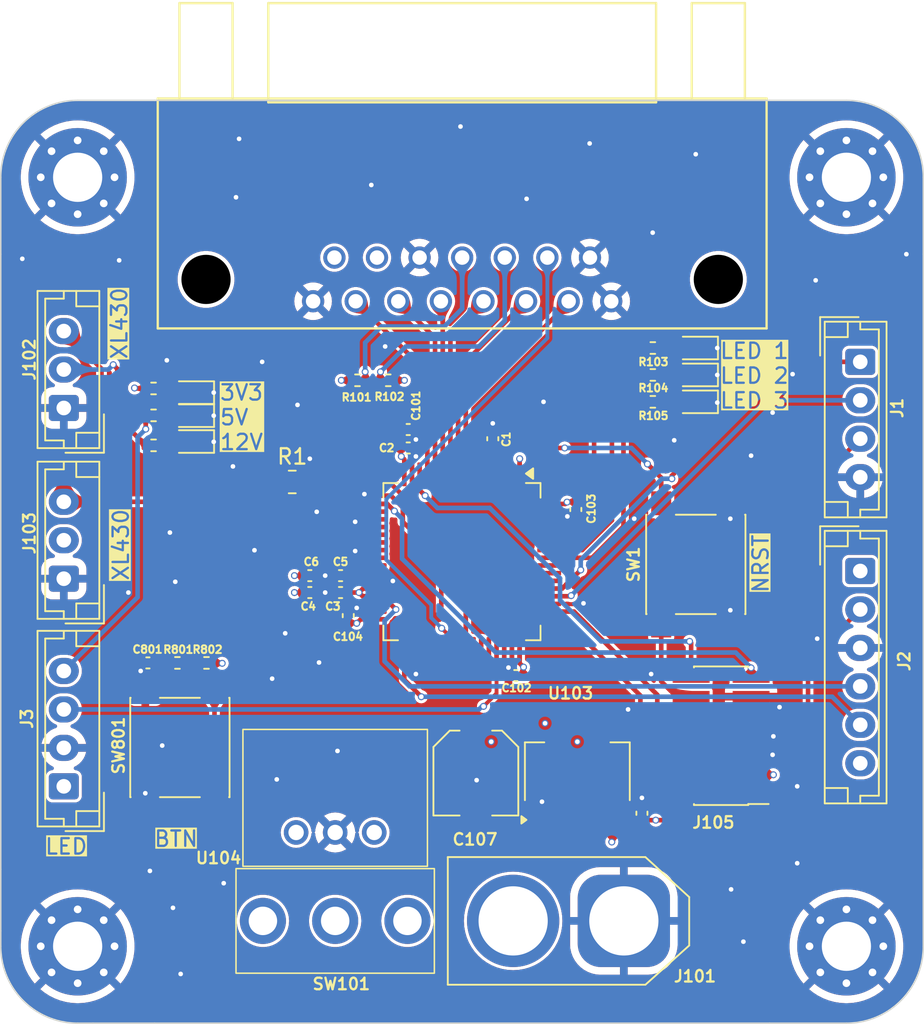
<source format=kicad_pcb>
(kicad_pcb (version 20240108) (generator "pcbnew") (generator_version "8.0")
  (layers (0 "F.Cu" signal) (1 "In1.Cu" signal "In1.Cu - Supply") (2 "In2.Cu" signal "In2.Cu - GND") (31 "B.Cu" signal) (34 "B.Paste" user) (35 "F.Paste" user) (36 "B.SilkS" user "B.Silkscreen") (37 "F.SilkS" user "F.Silkscreen") (38 "B.Mask" user) (39 "F.Mask" user) (44 "Edge.Cuts" user))
  (net 0 "")
  (net 1 "+3.3V")
  (net 2 "GND")
  (net 3 "NRST")
  (net 4 "+5V")
  (net 5 "BTN_1")
  (net 6 "Net-(D101-A)")
  (net 7 "Net-(D102-A)")
  (net 8 "Net-(D103-A)")
  (net 9 "Net-(D104-A)")
  (net 10 "Net-(D105-A)")
  (net 11 "Net-(D106-A)")
  (net 12 "Net-(J101-Pin_2)")
  (net 13 "+12V")
  (net 14 "UART_HD_XL430")
  (net 15 "PWM_TIM2_CH2")
  (net 16 "I2C_SCL")
  (net 17 "PWM_TIM1_CH2")
  (net 18 "PWM_TIM2_CH1")
  (net 19 "PWM_TIM1_CH4")
  (net 20 "PWM_TIM1_CH1")
  (net 21 "I2C_SDA")
  (net 22 "PWM_TIM1_CH3")
  (net 24 "UART_DEBUG_RX")
  (net 25 "SWDIO")
  (net 27 "UART_DEBUG_TX")
  (net 29 "SWCLK")
  (net 32 "LED1")
  (net 33 "LED2")
  (net 34 "LED3")
  (net 35 "Net-(SW801-A)")
  (net 37 "UART_mp3_RX")
  (net 42 "UART_mp3_TX")
  (net 45 "UART_hc05_RX")
  (net 46 "UART_hc05_TX")
  (net 63 "PWM_TIM4_CH1")
  (net 64 "TOF_INT")
  (footprint "Package_TO_SOT_SMD:SOT-223-3_TabPin2" (layer "F.Cu") (at 77.5 83.65 90)
    (property "Reference" "U103" (hide yes))
    (property "Value" "AZ1117-3.3" (hide yes))
  )
  (footprint "Capacitor_SMD:C_0402_1005Metric" (layer "F.Cu") (at 60.1 72)
    (property "Reference" "C4")
    (property "Value" "1u")
  )
  (footprint "Capacitor_SMD:C_0402_1005Metric" (layer "F.Cu") (at 60.1 70.9 180)
    (property "Reference" "C6")
    (property "Value" "1u")
  )
  (footprint "Capacitor_SMD:C_0402_1005Metric" (layer "F.Cu") (at 66.5 61.4)
    (property "Reference" "C101" (hide yes))
    (property "Value" "4u7" (hide yes))
  )
  (footprint "Resistor_SMD:R_0402_1005Metric" (layer "F.Cu") (at 49.9375 58.73)
    (property "Reference" "R109" (hide yes))
    (property "Value" "820" (hide yes))
  )
  (footprint "Capacitor_SMD:C_0402_1005Metric" (layer "F.Cu") (at 62.1 70.9)
    (property "Reference" "C5")
    (property "Value" "100n")
  )
  (footprint "Resistor_SMD:R_0402_1005Metric" (layer "F.Cu") (at 82.41 56.1)
    (property "Reference" "R103" (hide yes))
    (property "Value" "82" (hide yes))
  )
  (footprint "Capacitor_SMD:C_0402_1005Metric" (layer "F.Cu") (at 72 62 90)
    (property "Reference" "C1")
    (property "Value" "100n")
  )
  (footprint "Capacitor_SMD:C_0402_1005Metric" (layer "F.Cu") (at 77.4 66.6 -90)
    (property "Reference" "C103" (hide yes))
    (property "Value" "100n" (hide yes))
  )
  (footprint "LED_SMD:LED_0603_1608Metric" (layer "F.Cu") (at 85.16 57.85 180)
    (property "Reference" "D102" (hide yes))
    (property "Value" "BLUE_LED" (hide yes))
  )
  (footprint "Connector_PinHeader_1.27mm:PinHeader_2x07_P1.27mm_Vertical_SMD" (layer "F.Cu") (at 86.85 81.31 180)
    (property "Reference" "J105" (hide yes))
    (property "Value" "Conn_ST_STDC14" (hide yes))
  )
  (footprint "Capacitor_SMD:C_0402_1005Metric" (layer "F.Cu") (at 62.6 73.5 90)
    (property "Reference" "C104" (hide yes))
    (property "Value" "100n" (hide yes))
  )
  (footprint "Package_QFP:LQFP-64_10x10mm_P0.5mm" (layer "F.Cu") (at 69.995 69.99 -90)
    (property "Reference" "U1" (hide yes))
    (property "Value" "STM32G474RETx" (hide yes))
  )
  (footprint "Capacitor_SMD:C_Elec_5x5.4" (layer "F.Cu") (at 70.9 83.7375 -90)
    (property "Reference" "C107" (hide yes))
    (property "Value" "22u" (hide yes))
  )
  (footprint "MountingHole:MountingHole_3.2mm_M3_Pad_Via" (layer "F.Cu") (at 95 45)
    (property "Reference" "H102" (hide yes))
    (property "Value" "MountingHole_Pad" (hide yes))
  )
  (footprint "Capacitor_SMD:C_0402_1005Metric" (layer "F.Cu") (at 81.7 86.35 90)
    (property "Reference" "C106" (hide yes))
    (property "Value" "10u" (hide yes))
  )
  (footprint "LED_SMD:LED_0603_1608Metric" (layer "F.Cu") (at 52.3875 60.5 180)
    (property "Reference" "D105" (hide yes))
    (property "Value" "RED_LED" (hide yes))
  )
  (footprint "MountingHole:MountingHole_3.2mm_M3_Pad_Via" (layer "F.Cu") (at 45 95)
    (property "Reference" "H103" (hide yes))
    (property "Value" "MountingHole_Pad" (hide yes))
  )
  (footprint "Resistor_SMD:R_0805_2012Metric" (layer "F.Cu") (at 58.9575 64.81)
    (property "Reference" "R1")
    (property "Value" "100k")
  )
  (footprint "LED_SMD:LED_0603_1608Metric" (layer "F.Cu") (at 85.16 56.1 180)
    (property "Reference" "D101" (hide yes))
    (property "Value" "BLUE_LED" (hide yes))
  )
  (footprint "Resistor_SMD:R_0402_1005Metric" (layer "F.Cu") (at 82.41 59.6)
    (property "Reference" "R105" (hide yes))
    (property "Value" "82" (hide yes))
  )
  (footprint "Connector_JST:JST_EH_B3B-EH-A_1x03_P2.50mm_Vertical" (layer "F.Cu") (at 44.1 71.1 90)
    (property "Reference" "J103" (hide yes))
    (property "Value" "Conn_01x03" (hide yes))
  )
  (footprint "Connector_JST:JST_EH_B4B-EH-A_1x04_P2.50mm_Vertical" (layer "F.Cu") (at 95.9 57 -90)
    (property "Reference" "J1")
    (property "Value" "Conn_01x04")
  )
  (footprint "Button_Switch_SMD:SW_Push_1P1T_NO_6x6mm_H9.5mm" (layer "F.Cu") (at 85.205 70.17 90)
    (property "Reference" "SW1")
    (property "Value" "SW_SPST")
  )
  (footprint "MountingHole:MountingHole_3.2mm_M3_Pad_Via" (layer "F.Cu") (at 45 45)
    (property "Reference" "H101" (hide yes))
    (property "Value" "MountingHole_Pad" (hide yes))
  )
  (footprint "mylib:472123010111" (layer "F.Cu") (at 61.75 93.35)
    (property "Reference" "SW101" (hide yes))
    (property "Value" "SW_SPDT" (hide yes))
  )
  (footprint "LED_SMD:LED_0603_1608Metric" (layer "F.Cu") (at 52.3875 62.18 180)
    (property "Reference" "D104" (hide yes))
    (property "Value" "RED_LED" (hide yes))
  )
  (footprint "Resistor_SMD:R_0402_1005Metric" (layer "F.Cu") (at 51.49 76.575 180)
    (property "Reference" "R801" (hide yes))
    (property "Value" "10k" (hide yes))
  )
  (footprint "Capacitor_SMD:C_0402_1005Metric" (layer "F.Cu") (at 49.57 76.575 180)
    (property "Reference" "C801" (hide yes))
    (property "Value" "10n" (hide yes))
  )
  (footprint "Library:173010542" (layer "F.Cu") (at 61.75 87.6)
    (property "Reference" "U104" (hide yes))
    (property "Value" "173010542" (hide yes))
  )
  (footprint "LED_SMD:LED_0603_1608Metric" (layer "F.Cu") (at 52.3875 59 180)
    (property "Reference" "D106" (hide yes))
    (property "Value" "RED_LED" (hide yes))
  )
  (footprint "Resistor_SMD:R_0402_1005Metric" (layer "F.Cu") (at 49.9375 60.48)
    (property "Reference" "R108" (hide yes))
    (property "Value" "1k6" (hide yes))
  )
  (footprint "Resistor_SMD:R_0402_1005Metric" (layer "F.Cu") (at 53.38 76.575 180)
    (property "Reference" "R802" (hide yes))
    (property "Value" "10k" (hide yes))
  )
  (footprint "LED_SMD:LED_0603_1608Metric" (layer "F.Cu") (at 85.16 59.6 180)
    (property "Reference" "D103" (hide yes))
    (property "Value" "BLUE_LED" (hide yes))
  )
  (footprint "Resistor_SMD:R_0402_1005Metric" (layer "F.Cu") (at 49.9375 62.43)
    (property "Reference" "R107" (hide yes))
    (property "Value" "5k1" (hide yes))
  )
  (footprint "Capacitor_SMD:C_0402_1005Metric" (layer "F.Cu") (at 66.5 62.6)
    (property "Reference" "C2")
    (property "Value" "100n")
  )
  (footprint "Capacitor_SMD:C_0402_1005Metric" (layer "F.Cu") (at 62.1 72 180)
    (property "Reference" "C3")
    (property "Value" "10n")
  )
  (footprint "Connector_AMASS:AMASS_XT60-M_1x02_P7.20mm_Vertical" (layer "F.Cu") (at 80.525 93.35 180)
    (property "Reference" "J101" (hide yes))
    (property "Value" "Conn_01x02" (hide yes))
  )
  (footprint "Button_Switch_SMD:SW_Push_1P1T_NO_6x6mm_H9.5mm" (layer "F.Cu") (at 51.65 82.075 -90)
    (property "Reference" "SW801" (hide yes))
    (property "Value" "SW_SPST" (hide yes))
  )
  (footprint "Connector_JST:JST_EH_B4B-EH-A_1x04_P2.50mm_Vertical" (layer "F.Cu") (at 44.1 84.6 90)
    (property "Reference" "J3")
    (property "Value" "Conn_01x04")
  )
  (footprint "Connector_JST:JST_EH_B6B-EH-A_1x06_P2.50mm_Vertical" (layer "F.Cu") (at 95.9 70.6 -90)
    (property "Reference" "J2" (hide yes))
    (property "Value" "Conn_01x06")
  )
  (footprint "Capacitor_SMD:C_0402_1005Metric" (layer "F.Cu") (at 73.5 77.4 180)
    (property "Reference" "C102" (hide yes))
    (property "Value" "100n" (hide yes))
  )
  (footprint "Resistor_SMD:R_0402_1005Metric" (layer "F.Cu") (at 82.41 57.85)
    (property "Reference" "R104" (hide yes))
    (property "Value" "82" (hide yes))
  )
  (footprint "Resistor_SMD:R_0402_1005Metric" (layer "F.Cu") (at 65.2 58.2 180)
    (property "Reference" "R102" (hide yes))
    (property "Value" "1k" (hide yes))
  )
  (footprint "MountingHole:MountingHole_3.2mm_M3_Pad_Via" (layer "F.Cu") (at 95 95)
    (property "Reference" "H104" (hide yes))
    (property "Value" "MountingHole_Pad" (hide yes))
  )
  (footprint "libs:CONN15_31321_WRE" (layer "F.Cu") (at 70.009999 39.999992)
    (property "Reference" "J104" (hide yes))
    (property "Value" "Conn_01x15" (hide yes))
  )
  (footprint "Resistor_SMD:R_0402_1005Metric" (layer "F.Cu") (at 63.2 58.2)
    (property "Reference" "R101" (hide yes))
    (property "Value" "1k" (hide yes))
  )
  (footprint "Connector_JST:JST_EH_B3B-EH-A_1x03_P2.50mm_Vertical" (layer "F.Cu") (at 44.1 60 90)
    (property "Reference" "J102" (hide yes))
    (property "Value" "Conn_01x03" (hide yes))
  )
  (gr_line (start 50 100) (end 46 100) (stroke (width 0.1)) (layer "Edge.Cuts"))
  (gr_arc (start 40 45) (mid 41.464466 41.464466) (end 45 40) (stroke (width 0.1)) (layer "Edge.Cuts"))
  (gr_line (start 90 40) (end 50 40) (stroke (width 0.1)) (layer "Edge.Cuts"))
  (gr_arc (start 45 100) (mid 41.464466 98.535534) (end 40 95) (stroke (width 0.1)) (layer "Edge.Cuts"))
  (gr_arc (start 100 95) (mid 98.535534 98.535534) (end 95 100) (stroke (width 0.1)) (layer "Edge.Cuts"))
  (gr_line (start 40 94) (end 40 95) (stroke (width 0.1)) (layer "Edge.Cuts"))
  (gr_line (start 95 100) (end 90 100) (stroke (width 0.1)) (layer "Edge.Cuts"))
  (gr_line (start 40 94) (end 40 90) (stroke (width 0.1)) (layer "Edge.Cuts"))
  (gr_line (start 45 40) (end 50 40) (stroke (width 0.1)) (layer "Edge.Cuts"))
  (gr_line (start 100 45) (end 100 50) (stroke (width 0.1)) (layer "Edge.Cuts"))
  (gr_line (start 50 100) (end 90 100) (stroke (width 0.1)) (layer "Edge.Cuts"))
  (gr_line (start 46 100) (end 45 100) (stroke (width 0.1)) (layer "Edge.Cuts"))
  (gr_line (start 95 40) (end 90 40) (stroke (width 0.1)) (layer "Edge.Cuts"))
  (gr_line (start 100 90) (end 100 50) (stroke (width 0.1)) (layer "Edge.Cuts"))
  (gr_line (start 100 95) (end 100 90) (stroke (width 0.1)) (layer "Edge.Cuts"))
  (gr_arc (start 95 40) (mid 98.535534 41.464466) (end 100 45) (stroke (width 0.1)) (layer "Edge.Cuts"))
  (gr_line (start 40 50) (end 40 90) (stroke (width 0.1)) (layer "Edge.Cuts"))
  (gr_line (start 40 45) (end 40 50) (stroke (width 0.1)) (layer "Edge.Cuts"))
  (gr_text "NRST" (at 90.007702 72.104202 90) (layer "F.SilkS" knockout) (effects (font (size 1 1)) (justify left bottom)))
  (gr_text "R101" (at 62.1 59.6 0) (layer "F.SilkS") (effects (font (size 0.5 0.5) (thickness 0.125) (bold yes)) (justify left bottom)))
  (gr_text "R103\n" (at 81.4 57.3 0) (layer "F.SilkS") (effects (font (size 0.5 0.5) (thickness 0.125) (bold yes)) (justify left bottom)))
  (gr_text "J102" (at 42.3 58.3 90) (layer "F.SilkS") (effects (font (size 0.75 0.75)) (justify left bottom)))
  (gr_text "R102" (at 64.23509 59.56134 0) (layer "F.SilkS") (effects (font (size 0.5 0.5) (thickness 0.125) (bold yes)) (justify left bottom)))
  (gr_text "R105\n" (at 81.4 60.8 0) (layer "F.SilkS") (effects (font (size 0.5 0.5) (thickness 0.125) (bold yes)) (justify left bottom)))
  (gr_text "C801" (at 48.5 75.990855 0) (layer "F.SilkS") (effects (font (size 0.5 0.5) (thickness 0.125) (bold yes)) (justify left bottom)))
  (gr_text "C107" (at 69.3 88.490855 0) (layer "F.SilkS") (effects (font (size 0.75 0.75)) (justify left bottom)))
  (gr_text "SW101" (at 60.194857 97.890855 0) (layer "F.SilkS") (effects (font (size 0.75 0.75)) (justify left bottom)))
  (gr_text "J103" (at 42.3 69.6 90) (layer "F.SilkS") (effects (font (size 0.75 0.75)) (justify left bottom)))
  (gr_text "R802" (at 52.4 76 0) (layer "F.SilkS") (effects (font (size 0.5 0.5) (thickness 0.125) (bold yes)) (justify left bottom)))
  (gr_text "J105" (at 84.894857 87.390855 0) (layer "F.SilkS") (effects (font (size 0.75 0.75)) (justify left bottom)))
  (gr_text "U103" (at 75.494857 78.990855 0) (layer "F.SilkS") (effects (font (size 0.75 0.75)) (justify left bottom)))
  (gr_text "C104" (at 61.53509 75.16134 0) (layer "F.SilkS") (effects (font (size 0.5 0.5) (thickness 0.125) (bold yes)) (justify left bottom)))
  (gr_text "3V3\n5V\n12V" (at 54.182354 62.80574 0) (layer "F.SilkS" knockout) (effects (font (size 1 1)) (justify left bottom)))
  (gr_text "R801" (at 50.5 76 0) (layer "F.SilkS") (effects (font (size 0.5 0.5) (thickness 0.125) (bold yes)) (justify left bottom)))
  (gr_text "J2" (at 99.2 77.2 90) (layer "F.SilkS") (effects (font (size 0.75 0.75)) (justify left bottom)))
  (gr_text "C103" (at 78.7 67.6 90) (layer "F.SilkS") (effects (font (size 0.5 0.5) (thickness 0.125) (bold yes)) (justify left bottom)))
  (gr_text "XL430" (at 48.4 71.3 90) (layer "F.SilkS" knockout) (effects (font (size 1 1)) (justify left bottom)))
  (gr_text "R104\n\n" (at 81.4 59.8 0) (layer "F.SilkS") (effects (font (size 0.5 0.5) (thickness 0.125) (bold yes)) (justify left bottom)))
  (gr_text "LED\n" (at 42.8 89.1 0) (layer "F.SilkS" knockout) (effects (font (size 1 1)) (justify left bottom)))
  (gr_text "SW801" (at 48.1 83.9 90) (layer "F.SilkS") (effects (font (size 0.75 0.75)) (justify left bottom)))
  (gr_text "BTN" (at 49.9 88.6 0) (layer "F.SilkS" knockout) (effects (font (size 1 1)) (justify left bottom)))
  (gr_text "LED 1\nLED 2\nLED 3" (at 86.7 60.1 0) (layer "F.SilkS" knockout) (effects (font (size 1 1)) (justify left bottom)))
  (gr_text "C102" (at 72.5 78.5 0) (layer "F.SilkS") (effects (font (size 0.5 0.5) (thickness 0.125) (bold yes)) (justify left bottom)))
  (gr_text "U104" (at 52.6 89.7 0) (layer "F.SilkS") (effects (font (size 0.75 0.75)) (justify left bottom)))
  (gr_text "C101" (at 67.3 60.9 90) (layer "F.SilkS") (effects (font (size 0.5 0.5) (thickness 0.125) (bold yes)) (justify left bottom)))
  (gr_text "XL430" (at 48.3 56.9 90) (layer "F.SilkS" knockout) (effects (font (size 1 1)) (justify left bottom)))
  (gr_text "J101" (at 83.694857 97.390855 0) (layer "F.SilkS") (effects (font (size 0.75 0.75)) (justify left bottom)))
  (segment (start 70.925 81.7) (end 71.9 81.7) (width 1.5) (layer "F.Cu") (net 1))
  (segment (start 66.02 62.6) (end 66.02 61.4) (width 0.3) (layer "F.Cu") (net 1))
  (segment (start 88.85 83.9) (end 88.8 83.85) (width 0.3) (layer "F.Cu") (net 1))
  (segment (start 65.71 58.2) (end 66.25 58.2) (width 0.3) (layer "F.Cu") (net 1))
  (segment (start 63.41 73.74) (end 64.32 73.74) (width 0.3) (layer "F.Cu") (net 1))
  (segment (start 74 76.85) (end 73.98 76.87) (width 0.3) (layer "F.Cu") (net 1))
  (segment (start 66.02 63.12) (end 66.02 62.6) (width 0.3) (layer "F.Cu") (net 1))
  (segment (start 74.5 80.5) (end 75.4 80.5) (width 1.5) (layer "F.Cu") (net 1))
  (segment (start 73.745 63.305) (end 73.75 63.3) (width 0.3) (layer "F.Cu") (net 1))
  (segment (start 73.98 76.87) (end 73.98 77.4) (width 0.3) (layer "F.Cu") (net 1))
  (segment (start 49.4275 58.73) (end 48.73 58.73) (width 0.3) (layer "F.Cu") (net 1))
  (segment (start 48.73 58.73) (end 48.7 58.7) (width 0.3) (layer "F.Cu") (net 1))
  (segment (start 54.4 76.6) (end 53.915 76.6) (width 0.3) (layer "F.Cu") (net 1))
  (segment (start 62.69 58.2) (end 62.15 58.2) (width 0.3) (layer "F.Cu") (net 1))
  (segment (start 59.1 72) (end 59.62 72) (width 0.3) (layer "F.Cu") (net 1))
  (segment (start 77.5 86.8) (end 77.5 81.7) (width 1.5) (layer "F.Cu") (net 1))
  (segment (start 63.13 73.98) (end 62.6 73.98) (width 0.3) (layer "F.Cu") (net 1))
  (segment (start 66.05 63.15) (end 66.245 63.345) (width 0.3) (layer "F.Cu") (net 1))
  (segment (start 63.15 74) (end 63.41 73.74) (width 0.3) (layer "F.Cu") (net 1))
  (segment (start 70.9 81.675) (end 70.925 81.7) (width 1.5) (layer "F.Cu") (net 1))
  (segment (start 66.05 63.15) (end 66.02 63.12) (width 0.3) (layer "F.Cu") (net 1))
  (segment (start 62.58 70.9) (end 62.58 72) (width 0.3) (layer "F.Cu") (net 1))
  (segment (start 90.25 83.85) (end 88.8 83.85) (width 0.3) (layer "F.Cu") (net 1))
  (segment (start 73.3 81.7) (end 74.5 80.5) (width 1.5) (layer "F.Cu") (net 1))
  (segment (start 76.71 66.24) (end 75.67 66.24) (width 0.3) (layer "F.Cu") (net 1))
  (segment (start 59.1 70.9) (end 59.62 70.9) (width 0.3) (layer "F.Cu") (net 1))
  (segment (start 66.245 63.345) (end 66.245 64.315) (width 0.3) (layer "F.Cu") (net 1))
  (segment (start 63.3 72) (end 62.58 72) (width 0.3) (layer "F.Cu") (net 1))
  (segment (start 64.32 72.24) (end 63.54 72.24) (width 0.3) (layer "F.Cu") (net 1))
  (segment (start 76.83 66.12) (end 76.71 66.24) (width 0.3) (layer "F.Cu") (net 1))
  (segment (start 64.32 71.74) (end 63.56 71.74) (width 0.3) (layer "F.Cu") (net 1))
  (segment (start 77.5 81.7) (end 77.5 80.5) (width 1.5) (layer "F.Cu") (net 1))
  (segment (start 53.915 76.6) (end 53.89 76.575) (width 0.3) (layer "F.Cu") (net 1))
  (segment (start 63.54 72.24) (end 63.3 72) (width 0.3) (layer "F.Cu") (net 1))
  (segment (start 75.4 80.5) (end 77.5 80.5) (width 1.5) (layer "F.Cu") (net 1))
  (segment (start 76.83 66.12) (end 77.4 66.12) (width 0.3) (layer "F.Cu") (net 1))
  (segment (start 63.56 71.74) (end 63.3 72) (width 0.3) (layer "F.Cu") (net 1))
  (segment (start 71.9 81.7) (end 73.3 81.7) (width 1.5) (layer "F.Cu") (net 1))
  (segment (start 74 76.85) (end 73.745 76.595) (width 0.3) (layer "F.Cu") (net 1))
  (segment (start 63.15 74) (end 63.13 73.98) (width 0.3) (layer "F.Cu") (net 1))
  (segment (start 73.745 76.595) (end 73.745 75.665) (width 0.3) (layer "F.Cu") (net 1))
  (segment (start 73.745 64.315) (end 73.745 63.305) (width 0.3) (layer "F.Cu") (net 1))
  (via (at 74 76.85) (size 0.45) (drill 0.3) (layers "F.Cu" "B.Cu") (net 1))
  (via (at 48.7 58.7) (size 0.45) (drill 0.3) (layers "F.Cu" "B.Cu") (net 1))
  (via (at 90.25 83.85) (size 0.45) (drill 0.3) (layers "F.Cu" "B.Cu") (net 1))
  (via (at 73.75 63.3) (size 0.45) (drill 0.3) (layers "F.Cu" "B.Cu") (net 1))
  (via (at 63.15 74) (size 0.45) (drill 0.3) (layers "F.Cu" "B.Cu") (net 1))
  (via (at 66.25 58.2) (size 0.45) (drill 0.3) (layers "F.Cu" "B.Cu") (net 1))
  (via (at 59.1 70.9) (size 0.45) (drill 0.3) (layers "F.Cu" "B.Cu") (net 1))
  (via (at 59.1 72) (size 0.45) (drill 0.3) (layers "F.Cu" "B.Cu") (net 1))
  (via (at 76.83 66.12) (size 0.45) (drill 0.3) (layers "F.Cu" "B.Cu") (net 1))
  (via (at 62.15 58.2) (size 0.45) (drill 0.3) (layers "F.Cu" "B.Cu") (net 1))
  (via (at 77.5 81.7) (size 0.45) (drill 0.3) (layers "F.Cu" "B.Cu") (net 1))
  (via (at 66.05 63.15) (size 0.45) (drill 0.3) (layers "F.Cu" "B.Cu") (net 1))
  (via (at 63.3 72) (size 0.45) (drill 0.3) (layers "F.Cu" "B.Cu") (net 1))
  (via (at 71.9 81.7) (size 0.45) (drill 0.3) (layers "F.Cu" "B.Cu") (net 1))
  (via (at 75.4 80.5) (size 0.45) (drill 0.3) (layers "F.Cu" "B.Cu") (net 1))
  (via (at 54.4 76.6) (size 0.45) (drill 0.3) (layers "F.Cu" "B.Cu") (net 1))
  (segment (start 88.83 82.55) (end 88.8 82.58) (width 0.45) (layer "F.Cu") (net 2))
  (segment (start 53.85 60.5) (end 53.175 60.5) (width 0.45) (layer "F.Cu") (net 2))
  (segment (start 86.6 59.65) (end 85.9975 59.65) (width 0.45) (layer "F.Cu") (net 2))
  (segment (start 66.98 62.07) (end 66.98 62.6) (width 0.45) (layer "F.Cu") (net 2))
  (segment (start 49.09 76.575) (end 49.09 77.09) (width 0.45) (layer "F.Cu") (net 2))
  (segment (start 75.2 85.6) (end 75.2 86.8) (width 0.45) (layer "F.Cu") (net 2))
  (segment (start 66.98 61.4) (end 66.98 62.03) (width 0.45) (layer "F.Cu") (net 2))
  (segment (start 90.2 82.55) (end 88.83 82.55) (width 0.45) (layer "F.Cu") (net 2))
  (segment (start 62.62 73) (end 62.6 73.02) (width 0.3) (layer "F.Cu") (net 2))
  (segment (start 66.98 62.03) (end 67 62.05) (width 0.45) (layer "F.Cu") (net 2))
  (segment (start 90.25 81.35) (end 88.84 81.35) (width 0.45) (layer "F.Cu") (net 2))
  (segment (start 61.62 72) (end 60.58 72) (width 0.3) (layer "F.Cu") (net 2))
  (segment (start 53.195 62.2) (end 53.175 62.18) (width 0.45) (layer "F.Cu") (net 2))
  (segment (start 53.85 62.2) (end 53.195 62.2) (width 0.45) (layer "F.Cu") (net 2))
  (segment (start 63.39 73.24) (end 63.17 73.02) (width 0.3) (layer "F.Cu") (net 2))
  (segment (start 60.58 70.9) (end 61.62 70.9) (width 0.3) (layer "F.Cu") (net 2))
  (segment (start 66.745 63.405) (end 67 63.15) (width 0.3) (layer "F.Cu") (net 2))
  (segment (start 76.54 66.74) (end 75.67 66.74) (width 0.3) (layer "F.Cu") (net 2))
  (segment (start 73.245 76.655) (end 73.245 75.665) (width 0.3) (layer "F.Cu") (net 2))
  (segment (start 87.45 67.2) (end 87.45 66.2) (width 0.45) (layer "F.Cu") (net 2))
  (segment (start 88.8 78.77) (end 89.97 78.77) (width 0.45) (layer "F.Cu") (net 2))
  (segment (start 49.1 77.8) (end 49.4 78.1) (width 0.45) (layer "F.Cu") (net 2))
  (segment (start 86.6 57.85) (end 85.9475 57.85) (width 0.45) (layer "F.Cu") (net 2))
  (segment (start 49.4 85.05) (end 49.4 86.05) (width 0.45) (layer "F.Cu") (net 2))
  (segment (start 70.95 85.75) (end 70.9 85.8) (width 0.45) (layer "F.Cu") (net 2))
  (segment (start 86.6 56.1) (end 85.9475 56.1) (width 0.45) (layer "F.Cu") (net 2))
  (segment (start 64.32 73.24) (end 63.39 73.24) (width 0.3) (layer "F.Cu") (net 2))
  (segment (start 49.09 77.09) (end 49.1 77.1) (width 0.45) (layer "F.Cu") (net 2))
  (segment (start 70.95 84.2) (end 70.95 85.75) (width 0.45) (layer "F.Cu") (net 2))
  (segment (start 66.745 64.315) (end 66.745 63.405) (width 0.3) (layer "F.Cu") (net 2))
  (segment (start 67 62.05) (end 66.98 62.07) (width 0.45) (layer "F.Cu") (net 2))
  (segment (start 89.97 78.77) (end 90.65 79.45) (width 0.45) (layer "F.Cu") (net 2))
  (segment (start 76.88 67.08) (end 77.4 67.08) (width 0.3) (layer "F.Cu") (net 2))
  (segment (start 87.45 66.2) (end 87.455 66.195) (width 0.45) (layer "F.Cu") (net 2))
  (segment (start 85.9975 59.65) (end 85.9475 59.6) (width 0.45) (layer "F.Cu") (net 2))
  (segment (start 49.1 77.1) (end 49.1 77.8) (width 0.45) (layer "F.Cu") (net 2))
  (segment (start 76.85 67.05) (end 76.54 66.74) (width 0.3) (layer "F.Cu") (net 2))
  (segment (start 53.85 59) (end 53.175 59) (width 0.45) (layer "F.Cu") (net 2))
  (segment (start 72 61) (end 72 61.52) (width 0.45) (layer "F.Cu") (net 2))
  (segment (start 87.45 74.14) (end 87.455 74.145) (width 0.45) (layer "F.Cu") (net 2))
  (segment (start 67 62.62) (end 66.98 62.6) (width 0.45) (layer "F.Cu") (net 2))
  (segment (start 73.02 76.88) (end 73.02 77.4) (width 0.3) (layer "F.Cu") (net 2))
  (segment (start 73.02 76.88) (end 73.245 76.655) (width 0.3) (layer "F.Cu") (net 2))
  (segment (start 81.7 85.35) (end 81.7 85.87) (width 0.45) (layer "F.Cu") (net 2))
  (segment (start 67 63.15) (end 67 62.62) (width 0.45) (layer "F.Cu") (net 2))
  (segment (start 63.15 73) (end 62.62 73) (width 0.3) (layer "F.Cu") (net 2))
  (segment (start 63.17 73.02) (end 63.15 73) (width 0.3) (layer "F.Cu") (net 2))
  (segment (start 65.49 71.24) (end 65.5 71.25) (width 0.3) (layer "F.Cu") (net 2))
  (segment (start 64.32 71.24) (end 65.49 71.24) (width 0.3) (layer "F.Cu") (net 2))
  (segment (start 76.85 67.05) (end 76.88 67.08) (width 0.3) (layer "F.Cu") (net 2))
  (segment (start 87.45 73.15) (end 87.45 74.14) (width 0.45) (layer "F.Cu") (net 2))
  (segment (start 88.84 81.35) (end 88.8 81.31) (width 0.45) (layer "F.Cu") (net 2))
  (via (at 67 77.3) (size 0.45) (drill 0.3) (layers "F.Cu" "B.Cu") (net 2))
  (via (at 88.3 94.7) (size 0.45) (drill 0.3) (layers "F.Cu" "B.Cu") (net 2))
  (via (at 75.3 59.6) (size 0.45) (drill 0.3) (layers "F.Cu" "B.Cu") (net 2))
  (via (at 67 62.05) (size 0.45) (drill 0.3) (layers "F.Cu" "B.Cu") (net 2))
  (via (at 88.8 63.1) (size 0.45) (drill 0.3) (layers "F.Cu" "B.Cu") (net 2))
  (via (at 72 61) (size 0.45) (drill 0.3) (layers "F.Cu" "B.Cu") (net 2))
  (via (at 60.7 76.55) (size 0.45) (drill 0.3) (layers "F.Cu" "B.Cu") (net 2))
  (via (at 82.3 77.3) (size 0.45) (drill 0.3) (layers "F.Cu" "B.Cu") (net 2))
  (via (at 51.35 71.3) (size 0.45) (drill 0.3) (layers "F.Cu" "B.Cu") (net 2))
  (via (at 80.8 79.6) (size 0.45) (drill 0.3) (layers "F.Cu" "B.Cu") (net 2))
  (via (at 69.9 41.7) (size 0.45) (drill 0.3) (layers "F.Cu" "B.Cu") (net 2))
  (via (at 54.5 90.9) (size 0.45) (drill 0.3) (layers "F.Cu" "B.Cu") (net 2))
  (via (at 93.1 75) (size 0.45) (drill 0.3) (layers "F.Cu" "B.Cu") (net 2))
  (via (at 47.7 50.4) (size 0.45) (drill 0.3) (layers "F.Cu" "B.Cu") (net 2))
  (via (at 90.2 60.3) (size 0.45) (drill 0.3) (layers "F.Cu" "B.Cu") (net 2))
  (via (at 56.5 69.25) (size 0.45) (drill 0.3) (layers "F.Cu" "B.Cu") (net 2))
  (via (at 91.8 84.6) (size 0.45) (drill 0.3) (layers "F.Cu" "B.Cu") (net 2))
  (via (at 73.02 76.88) (size 0.45) (drill 0.3) (layers "F.Cu" "B.Cu") (net 2))
  (via (at 90.65 79.45) (size 0.45) (drill 0.3) (layers "F.Cu" "B.Cu") (net 2))
  (via (at 90.25 81.35) (size 0.45) (drill 0.3) (layers "F.Cu" "B.Cu") (net 2))
  (via (at 49.1 77.1) (size 0.45) (drill 0.3) (layers "F.Cu" "B.Cu") (net 2))
  (via (at 93 51.7) (size 0.45) (drill 0.3) (layers "F.Cu" "B.Cu") (net 2))
  (via (at 55.5 42.5) (size 0.45) (drill 0.3) (layers "F.Cu" "B.Cu") (net 2))
  (via (at 51 68.1) (size 0.45) (drill 0.3) (layers "F.Cu" "B.Cu") (net 2))
  (via (at 75.2 85.6) (size 0.45) (drill 0.3) (layers "F.Cu" "B.Cu") (net 2))
  (via (at 81.7 85.35) (size 0.45) (drill 0.3) (layers "F.Cu" "B.Cu") (net 2))
  (via (at 78.3 42.8) (size 0.45) (drill 0.3) (layers "F.Cu" "B.Cu") (net 2))
  (via (at 57 57) (size 0.45) (drill 0.3) (layers "F.Cu" "B.Cu") (net 2))
  (via (at 50.5 81.95) (size 0.45) (drill 0.3) (layers "F.Cu" "B.Cu") (net 2))
  (via (at 91.8 89.6) (size 0.45) (drill 0.3) (layers "F.Cu" "B.Cu") (net 2))
  (via (at 50.8 56.9) (size 0.45) (drill 0.3) (layers "F.Cu" "B.Cu") (net 2))
  (via (at 86.6 56.1) (size 0.45) (drill 0.3) (layers "F.Cu" "B.Cu") (net 2))
  (via (at 63.65 65.6) (size 0.45) (drill 0.3) (layers "F.Cu" "B.Cu") (net 2))
  (via (at 85.2 43.5) (size 0.45) (drill 0.3) (layers "F.Cu" "B.Cu") (net 2))
  (via (at 98.9 50) (size 0.45) (drill 0.3) (layers "F.Cu" "B.Cu") (net 2))
  (via (at 77.9 72.7) (size 0.45) (drill 0.3) (layers "F.Cu" "B.Cu") (net 2))
  (via (at 86.6 59.65) (size 0.45) (drill 0.3) (layers "F.Cu" "B.Cu") (net 2))
  (via (at 61.1 72) (size 0.45) (drill 0.3) (layers "F.Cu" "B.Cu") (net 2))
  (via (at 61.1 70.9) (size 0.45) (drill 0.3) (layers "F.Cu" "B.Cu") (net 2))
  (via (at 87.5 91.3) (size 0.45) (drill 0.3) (layers "F.Cu" "B.Cu") (net 2))
  (via (at 64.1 45.5) (size 0.45) (drill 0.3) (layers "F.Cu" "B.Cu") (net 2))
  (via (at 91.5 57.8) (size 0.45) (drill 0.3) (layers "F.Cu" "B.Cu") (net 2))
  (via (at 61.9 82.3) (size 0.45) (drill 0.3) (layers "F.Cu" "B.Cu") (net 2))
  (via (at 74.2 46.4) (size 0.45) (drill 0.3) (layers "F.Cu" "B.Cu") (net 2))
  (via (at 60.55 66.75) (size 0.45) (drill 0.3) (layers "F.Cu" "B.Cu") (net 2))
  (via (at 53.85 60.5) (size 0.45) (drill 0.3) (layers "F.Cu" "B.Cu") (net 2))
  (via (at 55.3 46.3) (size 0.45) (drill 0.3) (layers "F.Cu" "B.Cu") (net 2))
  (via (at 63.05 69.3) (size 0.45) (drill 0.3) (layers "F.Cu" "B.Cu") (net 2))
  (via (at 67 63.15) (size 0.45) (drill 0.3) (layers "F.Cu" "B.Cu") (net 2))
  (via (at 49.7 90.1) (size 0.45) (drill 0.3) (layers "F.Cu" "B.Cu") (net 2))
  (via (at 59.3 59.8) (size 0.45) (drill 0.3) (layers "F.Cu" "B.Cu") (net 2))
  (via (at 53.85 59) (size 0.45) (drill 0.3) (layers "F.Cu" "B.Cu") (net 2))
  (via (at 65.5 71.25) (size 0.45) (drill 0.3) (layers "F.Cu" "B.Cu") (net 2))
  (via (at 49.4 85.05) (size 0.45) (drill 0.3) (layers "F.Cu" "B.Cu") (net 2))
  (via (at 55.1 63.8) (size 0.45) (drill 0.3) (layers "F.Cu" "B.Cu") (net 2))
  (via (at 87.45 73.15) (size 0.45) (drill 0.3) (layers "F.Cu" "B.Cu") (net 2))
  (via (at 90.2 82.55) (size 0.45) (drill 0.3) (layers "F.Cu" "B.Cu") (net 2))
  (via (at 87.45 67.2) (size 0.45) (drill 0.3) (layers "F.Cu" "B.Cu") (net 2))
  (via (at 53.85 62.2) (size 0.45) (drill 0.3) (layers "F.Cu" "B.Cu") (net 2))
  (via (at 41.4 50.3) (size 0.45) (drill 0.3) (layers "F.Cu" "B.Cu") (net 2))
  (via (at 57.65 77.6) (size 0.45) (drill 0.3) (layers "F.Cu" "B.Cu") (net 2))
  (via (at 58.5 74.65) (size 0.45) (drill 0.3) (layers "F.Cu" "B.Cu") (net 2))
  (via (at 63.05 67.4) (size 0.45) (drill 0.3) (layers "F.Cu" "B.Cu") (net 2))
  (via (at 48.3 72) (size 0.45) (drill 0.3) (layers "F.Cu" "B.Cu") (net 2))
  (via (at 70.95 84.2) (size 0.45) (drill 0.3) (layers "F.Cu" "B.Cu") (net 2))
  (via (at 63.15 73) (size 0.45) (drill 0.3) (layers "F.Cu" "B.Cu") (net 2))
  (via (at 76.85 67.05) (size 0.45) (drill 0.3) (layers "F.Cu" "B.Cu") (net 2))
  (via (at 51.7 96.8) (size 0.45) (drill 0.3) (layers "F.Cu" "B.Cu") (net 2))
  (via (at 51.2 92.5) (size 0.45) (drill 0.3) (layers "F.Cu" "B.Cu") (net 2))
  (via (at 83.8 62.1) (size 0.45) (drill 0.3) (layers "F.Cu" "B.Cu") (net 2))
  (via (at 86.6 57.85) (size 0.45) (drill 0.3) (layers "F.Cu" "B.Cu") (net 2))
  (via (at 65 56) (size 0.45) (drill 0.3) (layers "F.Cu" "B.Cu") (net 2))
  (via (at 82.4 48.6) (size 0.45) (drill 0.3) (layers "F.Cu" "B.Cu") (net 2))
  (via (at 57.95 84.15) (size 0.45) (drill 0.3) (layers "F.Cu" "B.Cu") (net 2))
  (via (at 60.1 63.3) (size 0.45) (drill 0.3) (layers "F.Cu" "B.Cu") (net 2))
  (via (at 81.2 67.2) (size 0.45) (drill 0.3) (layers "F.Cu" "B.Cu") (net 2))
  (segment (start 82.955 77.775) (end 83.95 78.77) (width 0.3) (layer "F.Cu") (net 3))
  (segment (start 82.955 74.145) (end 82.955 77.775) (width 0.3) (layer "F.Cu") (net 3))
  (segment (start 82.955 66.195) (end 82.955 74.145) (width 0.3) (layer "F.Cu") (net 3))
  (segment (start 70.745 63.472236) (end 70.745 64.315) (width 0.3) (layer "F.Cu") (net 3))
  (segment (start 82.06 63.64) (end 82.955 64.535) (width 0.3) (layer "F.Cu") (net 3))
  (segment (start 82.955 64.535) (end 82.955 66.195) (width 0.3) (layer "F.Cu") (net 3))
  (segment (start 76.675 62.6) (end 71.617236 62.6) (width 0.3) (layer "F.Cu") (net 3))
  (segment (start 83.95 78.77) (end 84.9 78.77) (width 0.3) (layer "F.Cu") (net 3))
  (segment (start 71.617236 62.6) (end 70.745 63.472236) (width 0.3) (layer "F.Cu") (net 3))
  (via (at 76.675 62.6) (size 0.45) (drill 0.3) (layers "F.Cu" "B.Cu") (net 3))
  (via (at 82.06 63.64) (size 0.45) (drill 0.3) (layers "F.Cu" "B.Cu") (net 3))
  (segment (start 81.02 62.6) (end 76.675 62.6) (width 0.3) (layer "B.Cu") (net 3))
  (segment (start 82.06 63.64) (end 81.02 62.6) (width 0.3) (layer "B.Cu") (net 3))
  (segment (start 95.9 62) (end 92.505 65.395) (width 0.3) (layer "F.Cu") (net 4))
  (segment (start 90.79 86.8) (end 82.6 86.8) (width 0.3) (layer "F.Cu") (net 4))
  (segment (start 79.8 86.8) (end 80.3 86.8) (width 0.3) (layer "F.Cu") (net 4))
  (segment (start 92.505 76.495) (end 92.505 85.085) (width 0.3) (layer "F.Cu") (net 4))
  (segment (start 79.8 88.16) (end 79.74 88.22) (width 0.3) (layer "F.Cu") (net 4))
  (segment (start 92.505 65.395) (end 92.505 76.495) (width 0.3) (layer "F.Cu") (net 4))
  (segment (start 95.9 73.1) (end 92.505 76.495) (width 0.3) (layer "F.Cu") (net 4))
  (segment (start 49.429081 61.370919) (end 49.429081 60.481581) (width 0.3) (layer "F.Cu") (net 4))
  (segment (start 49.429081 60.481581) (end 49.4275 60.48) (width 0.3) (layer "F.Cu") (net 4))
  (segment (start 64.29 87.6) (end 64.29 87.19) (width 0.3) (layer "F.Cu") (net 4))
  (segment (start 79.8 86.8) (end 79.8 88.16) (width 0.3) (layer "F.Cu") (net 4))
  (segment (start 82.6 86.8) (end 79.8 86.8) (width 0.3) (layer "F.Cu") (net 4))
  (segment (start 92.505 85.085) (end 90.79 86.8) (width 0.3) (layer "F.Cu") (net 4))
  (via (at 49.429081 61.370919) (size 0.45) (drill 0.3) (layers "F.Cu" "B.Cu") (net 4))
  (via (at 82.6 86.8) (size 0.45) (drill 0.3) (layers "F.Cu" "B.Cu") (net 4))
  (via (at 79.74 88.22) (size 0.45) (drill 0.3) (layers "F.Cu" "B.Cu") (net 4))
  (segment (start 44.1 77.1) (end 48.9 72.3) (width 0.3) (layer "B.Cu") (net 4))
  (segment (start 48.9 61.9) (end 49.429081 61.370919) (width 0.3) (layer "B.Cu") (net 4))
  (segment (start 48.9 72.3) (end 48.9 61.9) (width 0.3) (layer "B.Cu") (net 4))
  (segment (start 64.32 70.24) (end 63.14 70.24) (width 0.3) (layer "F.Cu") (net 5))
  (segment (start 50.05 76.575) (end 50.98 76.575) (width 0.3) (layer "F.Cu") (net 5))
  (segment (start 62.75 69.85) (end 57.705 69.85) (width 0.3) (layer "F.Cu") (net 5))
  (segment (start 63.14 70.24) (end 62.75 69.85) (width 0.3) (layer "F.Cu") (net 5))
  (segment (start 57.705 69.85) (end 57.315 70.24) (width 0.3) (layer "F.Cu") (net 5))
  (segment (start 57.315 70.24) (end 50.98 76.575) (width 0.3) (layer "F.Cu") (net 5))
  (segment (start 82.92 56.1) (end 84.3725 56.1) (width 0.3) (layer "F.Cu") (net 6))
  (segment (start 82.92 57.85) (end 84.3725 57.85) (width 0.3) (layer "F.Cu") (net 7))
  (segment (start 82.92 59.6) (end 84.3725 59.6) (width 0.3) (layer "F.Cu") (net 8))
  (segment (start 50.4475 62.43) (end 51.35 62.43) (width 0.3) (layer "F.Cu") (net 9))
  (segment (start 51.35 62.43) (end 51.6 62.18) (width 0.3) (layer "F.Cu") (net 9))
  (segment (start 50.4475 60.48) (end 51.58 60.48) (width 0.3) (layer "F.Cu") (net 10))
  (segment (start 51.58 60.48) (end 51.6 60.5) (width 0.3) (layer "F.Cu") (net 10))
  (segment (start 51.33 58.73) (end 51.6 59) (width 0.3) (layer "F.Cu") (net 11))
  (segment (start 50.4475 58.73) (end 51.33 58.73) (width 0.3) (layer "F.Cu") (net 11))
  (segment (start 47.575 57.449694) (end 47.575 60.5775) (width 0.3) (layer "F.Cu") (net 13))
  (segment (start 47.312653 57.187347) (end 47.575 57.449694) (width 0.3) (layer "F.Cu") (net 13))
  (segment (start 47.575 60.5775) (end 49.4275 62.43) (width 0.3) (layer "F.Cu") (net 13))
  (via (at 47.312653 57.187347) (size 0.45) (drill 0.3) (layers "F.Cu" "B.Cu") (net 13))
  (segment (start 47 57.5) (end 44.1 57.5) (width 0.3) (layer "B.Cu") (net 13))
  (segment (start 47.312653 57.187347) (end 47 57.5) (width 0.3) (layer "B.Cu") (net 13))
  (segment (start 59.87 64.81) (end 59.87 65.4) (width 0.25) (layer "F.Cu") (net 14))
  (segment (start 46.55 61.8) (end 44.1 64.25) (width 0.3) (layer "F.Cu") (net 14))
  (segment (start 46.55 60.1) (end 46.55 57.45) (width 0.3) (layer "F.Cu") (net 14))
  (segment (start 60.905001 66.1) (end 63.545001 68.74) (width 0.25) (layer "F.Cu") (net 14))
  (segment (start 63.545001 68.74) (end 64.32 68.74) (width 0.25) (layer "F.Cu") (net 14))
  (segment (start 59.87 65.4) (end 60.57 66.1) (width 0.25) (layer "F.Cu") (net 14))
  (segment (start 60.57 66.1) (end 50.5 66.1) (width 0.3) (layer "F.Cu") (net 14))
  (segment (start 46.55 60.1) (end 46.55 61.8) (width 0.3) (layer "F.Cu") (net 14))
  (segment (start 60.57 66.1) (end 60.905001 66.1) (width 0.25) (layer "F.Cu") (net 14))
  (segment (start 44.1 64.25) (end 44.1 66.1) (width 0.3) (layer "F.Cu") (net 14))
  (segment (start 50.5 66.1) (end 44.1 66.1) (width 0.3) (layer "F.Cu") (net 14))
  (segment (start 46.55 57.45) (end 44.1 55) (width 0.3) (layer "F.Cu") (net 14))
  (segment (start 67.745 57.719998) (end 67.745 64.315) (width 0.3) (layer "F.Cu") (net 15))
  (segment (start 63.085001 53.059999) (end 67.745 57.719998) (width 0.3) (layer "F.Cu") (net 15))
  (segment (start 64.65 65.7) (end 63.71 64.76) (width 0.3) (layer "F.Cu") (net 16))
  (segment (start 68.65 73.2) (end 68.65 69.9) (width 0.3) (layer "F.Cu") (net 16))
  (segment (start 68.65 69.9) (end 66.15 67.4) (width 0.3) (layer "F.Cu") (net 16))
  (segment (start 63.71 57.66) (end 63.7 57.65) (width 0.3) (layer "F.Cu") (net 16))
  (segment (start 63.71 58.2) (end 63.71 57.66) (width 0.3) (layer "F.Cu") (net 16))
  (segment (start 69.745 74.295) (end 68.65 73.2) (width 0.3) (layer "F.Cu") (net 16))
  (segment (start 63.71 64.76) (end 63.71 58.2) (width 0.3) (layer "F.Cu") (net 16))
  (segment (start 66.15 66.472182) (end 65.377818 65.7) (width 0.3) (layer "F.Cu") (net 16))
  (segment (start 69.745 75.665) (end 69.745 74.295) (width 0.3) (layer "F.Cu") (net 16))
  (segment (start 66.15 67.4) (end 66.15 66.472182) (width 0.3) (layer "F.Cu") (net 16))
  (segment (start 65.377818 65.7) (end 64.65 65.7) (width 0.3) (layer "F.Cu") (net 16))
  (via (at 63.7 57.65) (size 0.45) (drill 0.3) (layers "F.Cu" "B.Cu") (net 16))
  (segment (start 63.7 55.75) (end 63.7 57.65) (width 0.3) (layer "B.Cu") (net 16))
  (segment (start 70.009999 53.540001) (end 68.85 54.7) (width 0.3) (layer "B.Cu") (net 16))
  (segment (start 64.75 54.7) (end 63.7 55.75) (width 0.3) (layer "B.Cu") (net 16))
  (segment (start 70.009999 50.22) (end 70.009999 53.540001) (width 0.3) (layer "B.Cu") (net 16))
  (segment (start 68.85 54.7) (end 64.75 54.7) (width 0.3) (layer "B.Cu") (net 16))
  (segment (start 74.165 53.059999) (end 69.745 57.479999) (width 0.3) (layer "F.Cu") (net 17))
  (segment (start 69.745 57.479999) (end 69.745 64.315) (width 0.3) (layer "F.Cu") (net 17))
  (segment (start 65.855001 53.059999) (end 68.245 55.449998) (width 0.3) (layer "F.Cu") (net 18))
  (segment (start 68.245 55.449998) (end 68.245 64.315) (width 0.3) (layer "F.Cu") (net 18))
  (segment (start 68.745 53.179998) (end 68.745 64.315) (width 0.3) (layer "F.Cu") (net 19))
  (segment (start 68.625001 53.059999) (end 68.745 53.179998) (width 0.3) (layer "F.Cu") (net 19))
  (segment (start 70.245 59.855) (end 76.934999 53.165001) (width 0.3) (layer "F.Cu") (net 20))
  (segment (start 70.245 64.315) (end 70.245 59.855) (width 0.3) (layer "F.Cu") (net 20))
  (segment (start 76.934999 53.165001) (end 76.934999 53.059999) (width 0.3) (layer "F.Cu") (net 20))
  (segment (start 70.245 75.665) (end 70.245 69.795) (width 0.3) (layer "F.Cu") (net 21))
  (segment (start 64.69 57.66) (end 64.7 57.65) (width 0.3) (layer "F.Cu") (net 21))
  (segment (start 64.69 64.24) (end 64.69 58.2) (width 0.3) (layer "F.Cu") (net 21))
  (segment (start 70.245 69.795) (end 64.69 64.24) (width 0.3) (layer "F.Cu") (net 21))
  (segment (start 64.69 58.2) (end 64.69 57.66) (width 0.3) (layer "F.Cu") (net 21))
  (via (at 64.7 57.65) (size 0.45) (drill 0.3) (layers "F.Cu" "B.Cu") (net 21))
  (segment (start 71.1 56) (end 66.35 56) (width 0.3) (layer "B.Cu") (net 21))
  (segment (start 72.779999 54.320001) (end 71.1 56) (width 0.3) (layer "B.Cu") (net 21))
  (segment (start 66.35 56) (end 64.7 57.65) (width 0.3) (layer "B.Cu") (net 21))
  (segment (start 72.779999 50.22) (end 72.779999 54.320001) (width 0.3) (layer "B.Cu") (net 21))
  (segment (start 71.395 53.059999) (end 69.245 55.209999) (width 0.3) (layer "F.Cu") (net 22))
  (segment (start 69.245 55.209999) (end 69.245 64.315) (width 0.3) (layer "F.Cu") (net 22))
  (segment (start 65.14 66.24) (end 64.32 66.24) (width 0.3) (layer "F.Cu") (net 24))
  (segment (start 65.6 66.7) (end 65.14 66.24) (width 0.3) (layer "F.Cu") (net 24))
  (segment (start 88.8 77.5) (end 88.8 76.9) (width 0.3) (layer "F.Cu") (net 24))
  (via (at 65.6 66.7) (size 0.45) (drill 0.3) (layers "F.Cu" "B.Cu") (net 24))
  (via (at 88.8 76.9) (size 0.45) (drill 0.3) (layers "F.Cu" "B.Cu") (net 24))
  (segment (start 66.1 69.8) (end 72.2 75.9) (width 0.3) (layer "B.Cu") (net 24))
  (segment (start 65.6 66.7) (end 66.1 67.2) (width 0.3) (layer "B.Cu") (net 24))
  (segment (start 87.8 75.9) (end 88.8 76.9) (width 0.3) (layer "B.Cu") (net 24))
  (segment (start 72.2 75.9) (end 87.8 75.9) (width 0.3) (layer "B.Cu") (net 24))
  (segment (start 66.1 67.2) (end 66.1 69.8) (width 0.3) (layer "B.Cu") (net 24))
  (segment (start 81.6 82.05) (end 81.6 78.7) (width 0.3) (layer "F.Cu") (net 25))
  (segment (start 84.9 83.85) (end 83.4 83.85) (width 0.3) (layer "F.Cu") (net 25))
  (segment (start 76.64 73.74) (end 75.67 73.74) (width 0.3) (layer "F.Cu") (net 25))
  (segment (start 81.6 78.7) (end 76.64 73.74) (width 0.3) (layer "F.Cu") (net 25))
  (segment (start 83.4 83.85) (end 81.6 82.05) (width 0.3) (layer "F.Cu") (net 25))
  (segment (start 67.6 65.7) (end 67.245 65.345) (width 0.3) (layer "F.Cu") (net 27))
  (segment (start 84.9 77.5) (end 84.9 75.275) (width 0.3) (layer "F.Cu") (net 27))
  (segment (start 67.245 65.345) (end 67.245 64.315) (width 0.3) (layer "F.Cu") (net 27))
  (segment (start 84.9 75.275) (end 84.8 75.175) (width 0.3) (layer "F.Cu") (net 27))
  (via (at 84.8 75.175) (size 0.45) (drill 0.3) (layers "F.Cu" "B.Cu") (net 27))
  (via (at 67.6 65.7) (size 0.45) (drill 0.3) (layers "F.Cu" "B.Cu") (net 27))
  (segment (start 68.4 66.5) (end 71.8 66.5) (width 0.3) (layer "B.Cu") (net 27))
  (segment (start 67.6 65.7) (end 68.4 66.5) (width 0.3) (layer "B.Cu") (net 27))
  (segment (start 76.375 72.500305) (end 79.049695 75.175) (width 0.3) (layer "B.Cu") (net 27))
  (segment (start 71.8 66.5) (end 76.375 71.075) (width 0.3) (layer "B.Cu") (net 27))
  (segment (start 76.375 71.075) (end 76.375 72.500305) (width 0.3) (layer "B.Cu") (net 27))
  (segment (start 79.049695 75.175) (end 84.8 75.175) (width 0.3) (layer "B.Cu") (net 27))
  (segment (start 82.7 81.75) (end 82.7 78.65) (width 0.3) (layer "F.Cu") (net 29))
  (segment (start 84.9 82.58) (end 83.53 82.58) (width 0.3) (layer "F.Cu") (net 29))
  (segment (start 82.7 78.65) (end 77.29 73.24) (width 0.3) (layer "F.Cu") (net 29))
  (segment (start 83.53 82.58) (end 82.7 81.75) (width 0.3) (layer "F.Cu") (net 29))
  (segment (start 77.29 73.24) (end 75.67 73.24) (width 0.3) (layer "F.Cu") (net 29))
  (segment (start 81.9 59.6) (end 81.2 59.6) (width 0.3) (layer "F.Cu") (net 32))
  (segment (start 80.5 67.7) (end 78.46 69.74) (width 0.3) (layer "F.Cu") (net 32))
  (segment (start 78.46 69.74) (end 75.67 69.74) (width 0.3) (layer "F.Cu") (net 32))
  (segment (start 80.5 60.3) (end 80.5 67.7) (width 0.3) (layer "F.Cu") (net 32))
  (segment (start 81.2 59.6) (end 80.5 60.3) (width 0.3) (layer "F.Cu") (net 32))
  (segment (start 81.9 57.85) (end 80.786396 57.85) (width 0.3) (layer "F.Cu") (net 33))
  (segment (start 79.75 58.886396) (end 79.75 67.3) (width 0.3) (layer "F.Cu") (net 33))
  (segment (start 79.75 67.3) (end 77.81 69.24) (width 0.3) (layer "F.Cu") (net 33))
  (segment (start 77.81 69.24) (end 75.67 69.24) (width 0.3) (layer "F.Cu") (net 33))
  (segment (start 80.786396 57.85) (end 79.75 58.886396) (width 0.3) (layer "F.Cu") (net 33))
  (segment (start 78.59 58.66) (end 78.59 67.56) (width 0.3) (layer "F.Cu") (net 34))
  (segment (start 81.9 56.1) (end 81.15 56.1) (width 0.3) (layer "F.Cu") (net 34))
  (segment (start 78.59 67.56) (end 77.41 68.74) (width 0.3) (layer "F.Cu") (net 34))
  (segment (start 81.15 56.1) (end 78.59 58.66) (width 0.3) (layer "F.Cu") (net 34))
  (segment (start 77.41 68.74) (end 75.67 68.74) (width 0.3) (layer "F.Cu") (net 34))
  (segment (start 52.87 77.07) (end 53.9 78.1) (width 0.3) (layer "F.Cu") (net 35))
  (segment (start 52.87 76.575) (end 52.87 77.07) (width 0.3) (layer "F.Cu") (net 35))
  (segment (start 52 76.575) (end 52.87 76.575) (width 0.3) (layer "F.Cu") (net 35))
  (segment (start 53.9 78.1) (end 53.9 86.05) (width 0.3) (layer "F.Cu") (net 35))
  (segment (start 77.72 70.53) (end 76.77 71.48) (width 0.3) (layer "F.Cu") (net 37))
  (segment (start 76.77 71.482764) (end 76.512764 71.74) (width 0.3) (layer "F.Cu") (net 37))
  (segment (start 83.645 64.4) (end 91.045 57) (width 0.3) (layer "F.Cu") (net 37))
  (segment (start 76.512764 71.74) (end 75.67 71.74) (width 0.3) (layer "F.Cu") (net 37))
  (segment (start 83.645 64.6) (end 83.645 64.4) (width 0.3) (layer "F.Cu") (net 37))
  (segment (start 91.045 57) (end 95.9 57) (width 0.3) (layer "F.Cu") (net 37))
  (segment (start 76.77 71.48) (end 76.77 71.482764) (width 0.3) (layer "F.Cu") (net 37))
  (via (at 83.645 64.6) (size 0.45) (drill 0.3) (layers "F.Cu" "B.Cu") (net 37))
  (via (at 77.72 70.53) (size 0.45) (drill 0.3) (layers "F.Cu" "B.Cu") (net 37))
  (segment (start 77.72 69.88) (end 83 64.6) (width 0.3) (layer "B.Cu") (net 37))
  (segment (start 83 64.6) (end 83.645 64.6) (width 0.3) (layer "B.Cu") (net 37))
  (segment (start 77.72 70.53) (end 77.72 69.88) (width 0.3) (layer "B.Cu") (net 37))
  (segment (start 77.1 72.2) (end 77.06 72.24) (width 0.3) (layer "F.Cu") (net 42))
  (segment (start 77.06 72.24) (end 75.67 72.24) (width 0.3) (layer "F.Cu") (net 42))
  (via (at 77.1 72.2) (size 0.45) (drill 0.3) (layers "F.Cu" "B.Cu") (net 42))
  (segment (start 95.9 59.5) (end 89.8 59.5) (width 0.3) (layer "B.Cu") (net 42))
  (segment (start 89.8 59.5) (end 77.1 72.2) (width 0.3) (layer "B.Cu") (net 42))
  (segment (start 66.245 75.665) (end 66.245 77.67) (width 0.3) (layer "F.Cu") (net 45))
  (segment (start 66.245 77.67) (end 67.35 78.775) (width 0.3) (layer "F.Cu") (net 45))
  (via (at 67.35 78.775) (size 0.45) (drill 0.3) (layers "F.Cu" "B.Cu") (net 45))
  (segment (start 67.35 78.775) (end 94.075 78.775) (width 0.3) (layer "B.Cu") (net 45))
  (segment (start 94.075 78.775) (end 95.9 80.6) (width 0.3) (layer "B.Cu") (net 45))
  (segment (start 65.7 73.1) (end 65.34 72.74) (width 0.3) (layer "F.Cu") (net 46))
  (segment (start 65.34 72.74) (end 64.32 72.74) (width 0.3) (layer "F.Cu") (net 46))
  (via (at 65.7 73.1) (size 0.45) (drill 0.3) (layers "F.Cu" "B.Cu") (net 46))
  (segment (start 64.965 73.835) (end 64.965 76.475) (width 0.3) (layer "B.Cu") (net 46))
  (segment (start 64.965 76.475) (end 66.59 78.1) (width 0.3) (layer "B.Cu") (net 46))
  (segment (start 65.7 73.1) (end 64.965 73.835) (width 0.3) (layer "B.Cu") (net 46))
  (segment (start 66.59 78.1) (end 95.9 78.1) (width 0.3) (layer "B.Cu") (net 46))
  (segment (start 72.245 78.555) (end 71.4 79.4) (width 0.25) (layer "F.Cu") (net 63))
  (segment (start 72.245 75.665) (end 72.245 78.555) (width 0.25) (layer "F.Cu") (net 63))
  (via (at 71.4 79.4) (size 0.45) (drill 0.3) (layers "F.Cu" "B.Cu") (net 63))
  (segment (start 44.45 79.95) (end 44.1 79.6) (width 0.3) (layer "B.Cu") (net 63))
  (segment (start 71.4 79.4) (end 71.3 79.4) (width 0.3) (layer "B.Cu") (net 63))
  (segment (start 71.3 79.4) (end 71.1 79.6) (width 0.3) (layer "B.Cu") (net 63))
  (segment (start 71.1 79.6) (end 44.1 79.6) (width 0.3) (layer "B.Cu") (net 63))
  (segment (start 69.245 74.890001) (end 69.245 75.665) (width 0.25) (layer "F.Cu") (net 64))
  (segment (start 68.677499 74.322501) (end 69.245 74.890001) (width 0.25) (layer "F.Cu") (net 64))
  (via (at 68.677499 74.322501) (size 0.45) (drill 0.3) (layers "F.Cu" "B.Cu") (net 64))
  (segment (start 68 73.645002) (end 68 72.8) (width 0.25) (layer "B.Cu") (net 64))
  (segment (start 68.677499 74.322501) (end 68 73.645002) (width 0.25) (layer "B.Cu") (net 64))
  (segment (start 65.075 69.875) (end 65.075 65.925) (width 0.25) (layer "B.Cu") (net 64))
  (segment (start 75.549998 55.450002) (end 75.549998 50.22) (width 0.25) (layer "B.Cu") (net 64))
  (segment (start 68 72.8) (end 65.075 69.875) (width 0.25) (layer "B.Cu") (net 64))
  (segment (start 65.075 65.925) (end 75.549998 55.450002) (width 0.25) (layer "B.Cu") (net 64))
  (zone (net 2) (net_name "GND") (layers "F.Cu" "In2.Cu" "B.Cu") (connect_pads (clearance 0.2)) (min_thickness 0.25) (fill yes (thermal_gap 0.5) (thermal_bridge_width 0.5))
    (polygon (pts (xy 100 100) (xy 100 40) (xy 40 40) (xy 40 100)))
  )
)
</source>
